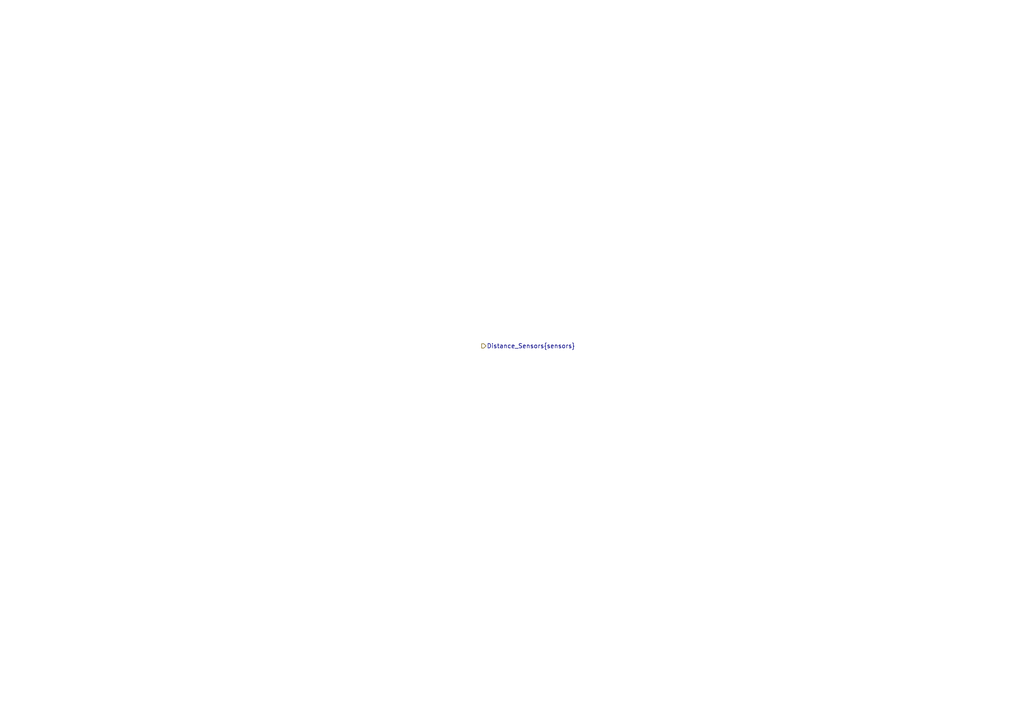
<source format=kicad_sch>
(kicad_sch
	(version 20231120)
	(generator "eeschema")
	(generator_version "8.0")
	(uuid "7f32b989-ea98-4617-b030-307e271dac28")
	(paper "A4")
	(lib_symbols)
	(hierarchical_label "Distance_Sensors{sensors}"
		(shape output)
		(at 139.7 100.33 0)
		(effects
			(font
				(size 1.27 1.27)
			)
			(justify left)
		)
		(uuid "963bb95b-c244-47e6-a873-a674c5a37fab")
	)
)

</source>
